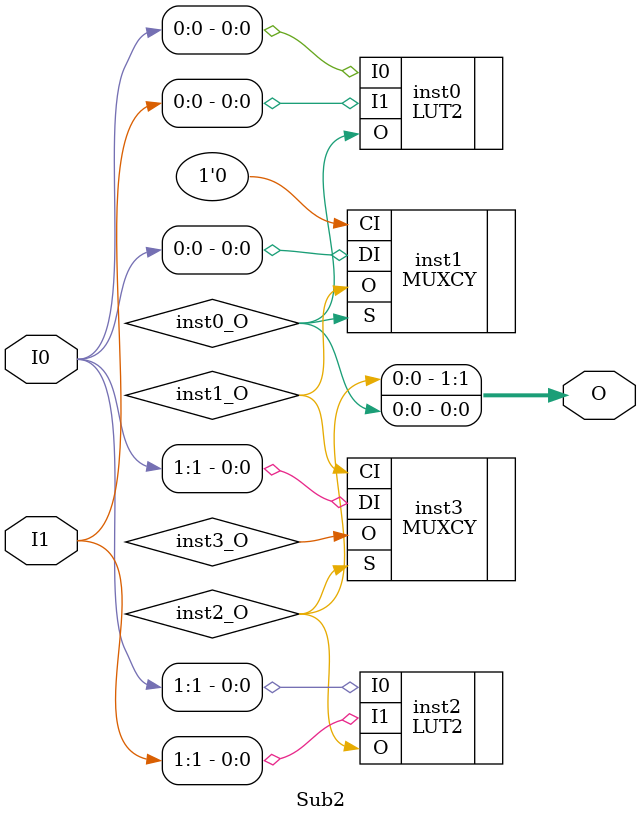
<source format=v>
module Sub2 (input [1:0] I0, input [1:0] I1, output [1:0] O);
wire  inst0_O;
wire  inst1_O;
wire  inst2_O;
wire  inst3_O;
LUT2 #(.INIT(4'h9)) inst0 (.I0(I0[0]), .I1(I1[0]), .O(inst0_O));
MUXCY inst1 (.DI(I0[0]), .CI(1'b0), .S(inst0_O), .O(inst1_O));
LUT2 #(.INIT(4'h9)) inst2 (.I0(I0[1]), .I1(I1[1]), .O(inst2_O));
MUXCY inst3 (.DI(I0[1]), .CI(inst1_O), .S(inst2_O), .O(inst3_O));
assign O = {inst2_O,inst0_O};
endmodule


</source>
